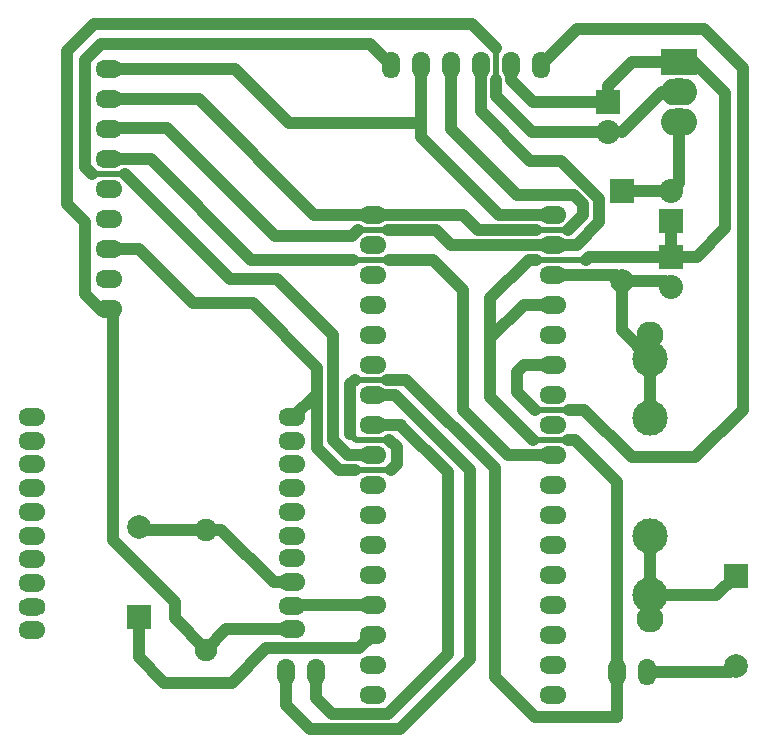
<source format=gbl>
G04 Layer_Physical_Order=2*
G04 Layer_Color=16711680*
%FSAX25Y25*%
%MOIN*%
G70*
G01*
G75*
%ADD10C,0.04000*%
%ADD11C,0.02000*%
%ADD12C,0.03000*%
%ADD13O,0.09000X0.06000*%
%ADD14O,0.06000X0.09000*%
%ADD15R,0.12000X0.09000*%
%ADD16O,0.12000X0.09000*%
%ADD17C,0.07874*%
%ADD18R,0.07874X0.07874*%
%ADD19C,0.09000*%
%ADD20C,0.11811*%
%ADD21C,0.07500*%
%ADD22R,0.08000X0.08000*%
%ADD23C,0.08000*%
G04:AMPARAMS|DCode=24|XSize=60mil|YSize=90mil|CornerRadius=0mil|HoleSize=0mil|Usage=FLASHONLY|Rotation=91.000|XOffset=0mil|YOffset=0mil|HoleType=Round|Shape=Round|*
%AMOVALD24*
21,1,0.03000,0.06000,0.00000,0.00000,181.0*
1,1,0.06000,0.01500,0.00026*
1,1,0.06000,-0.01500,-0.00026*
%
%ADD24OVALD24*%

D10*
X0234500Y0255000D02*
Y0264000D01*
Y0237200D02*
Y0255000D01*
X0234000D02*
X0234500D01*
X0226500Y0247500D02*
X0234000Y0255000D01*
X0262000Y0143500D02*
X0285500Y0167000D01*
X0232000Y0143500D02*
X0262000D01*
X0224000Y0151500D02*
X0232000Y0143500D01*
X0258000Y0148500D02*
X0278000Y0168500D01*
X0239500Y0148500D02*
X0258000D01*
X0234000Y0154000D02*
X0239500Y0148500D01*
X0345500Y0188130D02*
Y0207815D01*
X0367630Y0188130D02*
X0374000Y0194500D01*
X0345500Y0188130D02*
X0367630D01*
X0372000Y0162500D02*
X0374000Y0164500D01*
X0344500Y0162500D02*
X0372000D01*
X0166500Y0206500D02*
Y0282000D01*
X0259000Y0230000D02*
X0261000Y0232000D01*
Y0237500D01*
X0258500Y0240000D02*
X0261000Y0237500D01*
X0241700Y0230000D02*
X0247000D01*
X0245500Y0242000D02*
Y0258500D01*
X0239700Y0240000D02*
Y0274800D01*
X0221000Y0293500D02*
X0239700Y0274800D01*
X0205500Y0293500D02*
X0221000D01*
X0213000Y0285500D02*
X0234500Y0264000D01*
X0193000Y0285500D02*
X0213000D01*
X0234500Y0237200D02*
X0241700Y0230000D01*
X0239700Y0240000D02*
X0244700Y0235000D01*
X0248500Y0170500D02*
X0253000Y0175000D01*
X0217500Y0170500D02*
X0248500D01*
X0206000Y0159000D02*
X0217500Y0170500D01*
X0204200Y0176700D02*
X0226000D01*
X0220000Y0192500D02*
X0226000D01*
X0262200Y0245000D02*
X0278000Y0229200D01*
Y0168500D02*
Y0229200D01*
X0260500Y0255000D02*
X0285500Y0230000D01*
Y0167000D02*
Y0230000D01*
X0253000Y0255000D02*
X0260500D01*
X0245500Y0258500D02*
X0247000Y0260000D01*
X0257919D02*
X0264200D01*
X0352500Y0323011D02*
X0355000Y0325511D01*
Y0346000D01*
X0352489Y0323000D02*
X0352500Y0323011D01*
X0336000Y0323000D02*
X0352489D01*
X0352500Y0301011D02*
Y0312989D01*
X0325011Y0301011D02*
X0352500D01*
X0324000Y0300000D02*
X0325011Y0301011D01*
X0321063Y0305000D02*
X0328500Y0312437D01*
X0313000Y0305000D02*
X0321063D01*
X0305000Y0300000D02*
X0307500D01*
X0292300Y0287300D02*
X0305000Y0300000D01*
X0292300Y0273800D02*
Y0287300D01*
X0220500Y0308000D02*
X0246000D01*
X0248000Y0310000D01*
X0212500Y0300000D02*
X0246500D01*
X0258500D02*
X0273000D01*
X0350489Y0293000D02*
X0352500Y0290989D01*
X0336000Y0293000D02*
X0350489D01*
X0352500Y0301011D02*
X0361011D01*
X0370500Y0310500D01*
X0306011Y0342489D02*
X0331500D01*
X0294000Y0354500D02*
X0306011Y0342489D01*
X0294000Y0354500D02*
Y0360000D01*
X0288000Y0310000D02*
X0307500D01*
X0283000Y0315000D02*
X0288000Y0310000D01*
X0253000Y0315000D02*
X0283000D01*
X0295000D02*
X0313000D01*
X0269000Y0341000D02*
X0295000Y0315000D01*
X0269000Y0341000D02*
Y0345500D01*
X0301000Y0321500D02*
X0320229D01*
X0279000Y0343500D02*
X0301000Y0321500D01*
X0279000Y0343500D02*
Y0365000D01*
X0305500Y0333000D02*
X0315800D01*
X0289000Y0349500D02*
X0305500Y0333000D01*
X0289000Y0349500D02*
Y0365000D01*
X0315800Y0333000D02*
X0328500Y0320300D01*
X0299000Y0360000D02*
Y0365000D01*
Y0360000D02*
X0306489Y0352511D01*
X0331500D01*
X0320229Y0321500D02*
X0323063Y0318666D01*
X0279087Y0305000D02*
X0313000D01*
X0274087Y0310000D02*
X0279087Y0305000D01*
X0258000Y0310000D02*
X0274087D01*
X0323063Y0314963D02*
Y0318666D01*
X0328500Y0312437D02*
Y0320300D01*
X0318100Y0310000D02*
X0323063Y0314963D01*
X0334000Y0295000D02*
X0336000Y0293000D01*
Y0276370D02*
Y0293000D01*
Y0276370D02*
X0345500Y0266870D01*
X0303500Y0285000D02*
X0313000D01*
X0292300Y0273800D02*
X0303500Y0285000D01*
X0301000Y0262500D02*
X0303500Y0265000D01*
X0301000Y0256000D02*
Y0262500D01*
Y0256000D02*
X0307000Y0250000D01*
X0318500D02*
X0323500D01*
X0318000Y0240000D02*
X0320500D01*
X0335989Y0342489D02*
X0349500Y0356000D01*
X0339500Y0366000D02*
X0355000D01*
X0331500Y0358000D02*
X0339500Y0366000D01*
X0331500Y0352511D02*
Y0358000D01*
X0355000Y0366000D02*
X0360000D01*
X0370500Y0355500D01*
X0309000Y0365000D02*
X0321000Y0377000D01*
X0363500D01*
X0264200Y0260000D02*
X0293800Y0230400D01*
X0253000Y0245000D02*
X0262200D01*
X0262500Y0244700D01*
X0293800Y0160700D02*
Y0230400D01*
X0307000Y0147500D02*
X0334500D01*
X0293800Y0160700D02*
X0307000Y0147500D01*
X0334500D02*
Y0162500D01*
X0376500Y0250000D02*
Y0364000D01*
X0363500Y0377000D02*
X0376500Y0364000D01*
X0370500Y0310500D02*
Y0355500D01*
X0286000Y0378500D02*
X0294000Y0370500D01*
X0160000Y0378500D02*
X0286000D01*
X0252000Y0372000D02*
X0259000Y0365000D01*
X0151000Y0318500D02*
Y0369500D01*
Y0318500D02*
X0157000Y0312500D01*
X0151000Y0369500D02*
X0160000Y0378500D01*
X0162500Y0372000D02*
X0252000D01*
X0157000Y0366500D02*
X0162500Y0372000D01*
X0157000Y0331000D02*
Y0366500D01*
Y0331000D02*
X0159500Y0328500D01*
X0170500D02*
X0205500Y0293500D01*
X0165000Y0333500D02*
X0179000D01*
X0212500Y0300000D01*
X0184500Y0344000D02*
X0220500Y0308000D01*
X0165000Y0344000D02*
X0184500D01*
X0164000Y0343000D02*
X0165000Y0344000D01*
Y0353500D02*
X0195000D01*
X0233500Y0315000D01*
X0165000Y0363500D02*
X0207000D01*
X0225000Y0345500D01*
X0175000Y0303500D02*
X0193000Y0285500D01*
X0165000Y0303500D02*
X0175000D01*
X0157000Y0288500D02*
Y0312500D01*
Y0288500D02*
X0162000Y0283500D01*
X0165000D01*
X0166500Y0282000D01*
Y0206500D02*
X0187000Y0186000D01*
Y0180500D02*
Y0186000D01*
Y0180500D02*
X0197500Y0170000D01*
X0175000Y0211000D02*
X0176000Y0210000D01*
X0197500D01*
X0202500D01*
X0220000Y0192500D01*
X0197500Y0170000D02*
X0204200Y0176700D01*
X0244700Y0235000D02*
X0253000D01*
X0175000Y0167500D02*
Y0181000D01*
Y0167500D02*
X0183500Y0159000D01*
X0206000D01*
X0234000Y0154000D02*
Y0162500D01*
X0251000Y0173000D02*
X0253000Y0175000D01*
X0269000Y0345500D02*
Y0365000D01*
X0334500Y0162500D02*
Y0226000D01*
X0320500Y0240000D02*
X0334500Y0226000D01*
X0292300Y0254200D02*
X0306500Y0240000D01*
X0292300Y0254200D02*
Y0273800D01*
X0313000Y0295000D02*
X0334000D01*
X0298000Y0235000D02*
X0313000D01*
X0283000Y0250000D02*
X0298000Y0235000D01*
X0283000Y0250000D02*
Y0290000D01*
X0273000Y0300000D02*
X0283000Y0290000D01*
X0234000Y0162500D02*
Y0164000D01*
X0233500Y0315000D02*
X0253000D01*
X0303500Y0265000D02*
X0313000D01*
X0323500Y0250000D02*
X0339400Y0234100D01*
X0360600D01*
X0376500Y0250000D01*
X0225000Y0345500D02*
X0269000D01*
X0224000Y0151500D02*
Y0162500D01*
X0226000Y0185000D02*
X0253000D01*
X0345500Y0247185D02*
Y0266870D01*
Y0274744D01*
D11*
X0344500Y0162500D02*
X0346500Y0164500D01*
X0247000Y0230000D02*
X0259000D01*
X0247500Y0240000D02*
X0258500D01*
X0245500Y0242000D02*
X0247500Y0240000D01*
X0247000Y0260000D02*
X0257919D01*
X0307500Y0300000D02*
X0324000D01*
X0248000Y0310000D02*
X0258000D01*
X0159500Y0328500D02*
X0170500D01*
X0246500Y0300000D02*
X0258500D01*
X0294000Y0360000D02*
Y0370500D01*
X0307500Y0310000D02*
X0318100D01*
X0307000Y0250000D02*
X0318500D01*
X0306500Y0240000D02*
X0318000D01*
D12*
X0349500Y0356000D02*
X0355000D01*
X0331500Y0342489D02*
X0335989D01*
D13*
X0165000Y0283500D02*
D03*
Y0293500D02*
D03*
Y0303500D02*
D03*
Y0313500D02*
D03*
Y0323500D02*
D03*
Y0333500D02*
D03*
Y0343500D02*
D03*
Y0353500D02*
D03*
Y0363500D02*
D03*
X0313000Y0315000D02*
D03*
Y0305000D02*
D03*
Y0295000D02*
D03*
Y0285000D02*
D03*
Y0275000D02*
D03*
Y0265000D02*
D03*
Y0255000D02*
D03*
Y0245000D02*
D03*
Y0235000D02*
D03*
Y0225000D02*
D03*
Y0215000D02*
D03*
Y0205000D02*
D03*
Y0195000D02*
D03*
Y0185000D02*
D03*
Y0175000D02*
D03*
Y0165000D02*
D03*
Y0155000D02*
D03*
X0253000Y0315000D02*
D03*
Y0305000D02*
D03*
Y0295000D02*
D03*
Y0285000D02*
D03*
Y0275000D02*
D03*
Y0265000D02*
D03*
Y0255000D02*
D03*
Y0245000D02*
D03*
Y0235000D02*
D03*
Y0225000D02*
D03*
Y0215000D02*
D03*
Y0205000D02*
D03*
Y0195000D02*
D03*
Y0185000D02*
D03*
Y0175000D02*
D03*
Y0165000D02*
D03*
Y0155000D02*
D03*
X0226000Y0247500D02*
D03*
Y0239600D02*
D03*
Y0231700D02*
D03*
Y0223800D02*
D03*
Y0215900D02*
D03*
Y0208000D02*
D03*
Y0200400D02*
D03*
Y0192500D02*
D03*
Y0184600D02*
D03*
Y0176700D02*
D03*
X0139400Y0247500D02*
D03*
Y0239600D02*
D03*
Y0231700D02*
D03*
Y0223800D02*
D03*
Y0215900D02*
D03*
Y0208000D02*
D03*
Y0200100D02*
D03*
Y0192200D02*
D03*
Y0176400D02*
D03*
D14*
X0334500Y0162500D02*
D03*
X0344500D02*
D03*
X0224000D02*
D03*
X0234000D02*
D03*
X0259000Y0365000D02*
D03*
X0269000D02*
D03*
X0279000D02*
D03*
X0289000D02*
D03*
X0299000D02*
D03*
X0309000D02*
D03*
D15*
X0355000Y0366000D02*
D03*
D16*
Y0356000D02*
D03*
Y0346000D02*
D03*
D17*
X0374000Y0164500D02*
D03*
X0175000Y0211000D02*
D03*
X0336000Y0293000D02*
D03*
D18*
X0374000Y0194500D02*
D03*
X0175000Y0181000D02*
D03*
X0336000Y0323000D02*
D03*
D19*
X0345500Y0180256D02*
D03*
Y0274744D02*
D03*
D20*
Y0266870D02*
D03*
Y0247185D02*
D03*
Y0207815D02*
D03*
Y0188130D02*
D03*
D21*
X0197500Y0170000D02*
D03*
Y0210000D02*
D03*
D22*
X0331500Y0352511D02*
D03*
X0352500Y0312989D02*
D03*
Y0301011D02*
D03*
D23*
X0331500Y0342489D02*
D03*
X0352500Y0323011D02*
D03*
Y0290989D02*
D03*
D24*
X0139400Y0184300D02*
D03*
M02*

</source>
